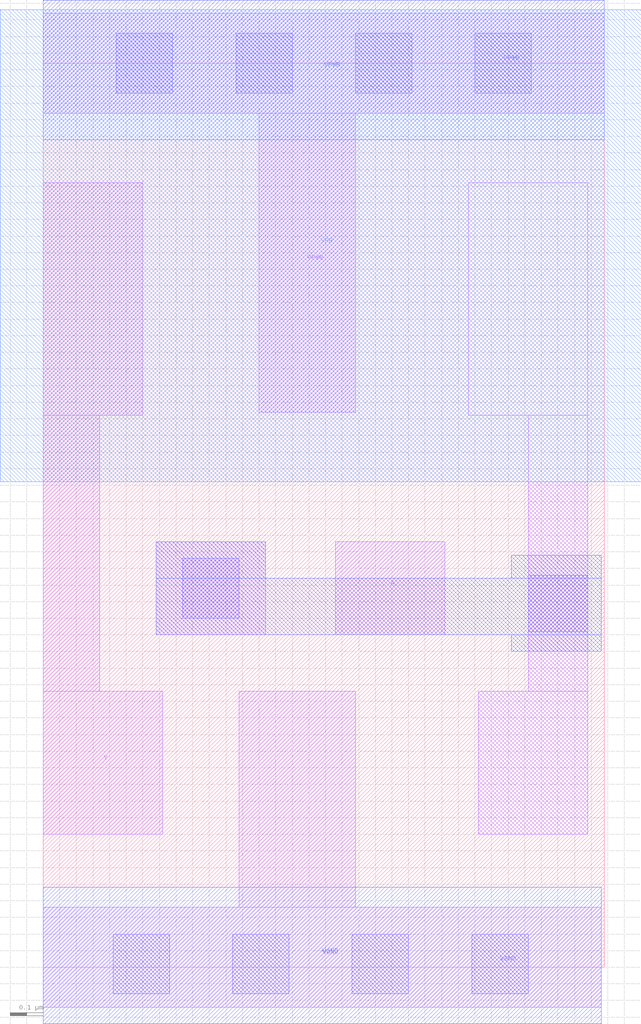
<source format=lef>
VERSION 5.7 ;
  NOWIREEXTENSIONATPIN ON ;
  DIVIDERCHAR "/" ;
  BUSBITCHARS "[]" ;
MACRO sky130_vsdbuf_1x
  CLASS CORE ;
  FOREIGN sky130_vsdbuf_1x ;
  ORIGIN 0.000 0.000 ;
  SIZE 1.690 BY 2.720 ;
  SYMMETRY X Y R90 ;
  SITE unithd ;
  PIN A
    DIRECTION INPUT ;
    USE SIGNAL ;
    ANTENNAGATEAREA 0.169500 ;
    PORT
      LAYER li1 ;
        RECT 0.880 1.000 1.210 1.280 ;
    END
  END A
  PIN Y
    DIRECTION OUTPUT ;
    USE SIGNAL ;
    ANTENNADIFFAREA 0.421300 ;
    PORT
      LAYER li1 ;
        RECT 0.000 1.660 0.300 2.360 ;
        RECT 0.000 0.830 0.170 1.660 ;
        RECT 0.000 0.400 0.360 0.830 ;
    END
  END Y
  PIN VGND
    DIRECTION INOUT ;
    USE GROUND ;
    PORT
      LAYER li1 ;
        RECT 0.590 0.180 0.940 0.830 ;
        RECT 0.000 -0.120 1.680 0.180 ;
      LAYER mcon ;
        RECT 0.210 -0.080 0.380 0.100 ;
        RECT 0.570 -0.080 0.740 0.100 ;
        RECT 0.930 -0.080 1.100 0.100 ;
        RECT 1.290 -0.080 1.460 0.100 ;
      LAYER met1 ;
        RECT 0.000 -0.170 1.680 0.240 ;
    END
  END VGND
  PIN VPWR
    DIRECTION INOUT ;
    USE POWER ;
    PORT
      LAYER li1 ;
        RECT 0.000 2.570 1.690 2.870 ;
        RECT 0.650 1.670 0.940 2.570 ;
      LAYER mcon ;
        RECT 0.220 2.630 0.390 2.810 ;
        RECT 0.580 2.630 0.750 2.810 ;
        RECT 0.940 2.630 1.110 2.810 ;
        RECT 1.300 2.630 1.470 2.810 ;
      LAYER met1 ;
        RECT 0.000 2.490 1.690 2.910 ;
    END
  END VPWR
  PIN VPB
    DIRECTION INOUT ;
    USE POWER ;
    PORT
      LAYER nwell ;
        RECT -0.130 1.460 1.800 2.880 ;
    END
  END VPB
  OBS
      LAYER li1 ;
        RECT 1.280 1.660 1.640 2.360 ;
        RECT 0.340 1.000 0.670 1.280 ;
        RECT 1.460 0.830 1.640 1.660 ;
        RECT 1.310 0.400 1.640 0.830 ;
      LAYER mcon ;
        RECT 0.420 1.050 0.590 1.230 ;
        RECT 1.460 1.010 1.640 1.180 ;
      LAYER met1 ;
        RECT 0.340 1.170 0.670 1.280 ;
        RECT 1.410 1.170 1.680 1.240 ;
        RECT 0.340 1.000 1.680 1.170 ;
        RECT 1.410 0.950 1.680 1.000 ;
  END
END sky130_vsdbuf_1x
END LIBRARY


</source>
